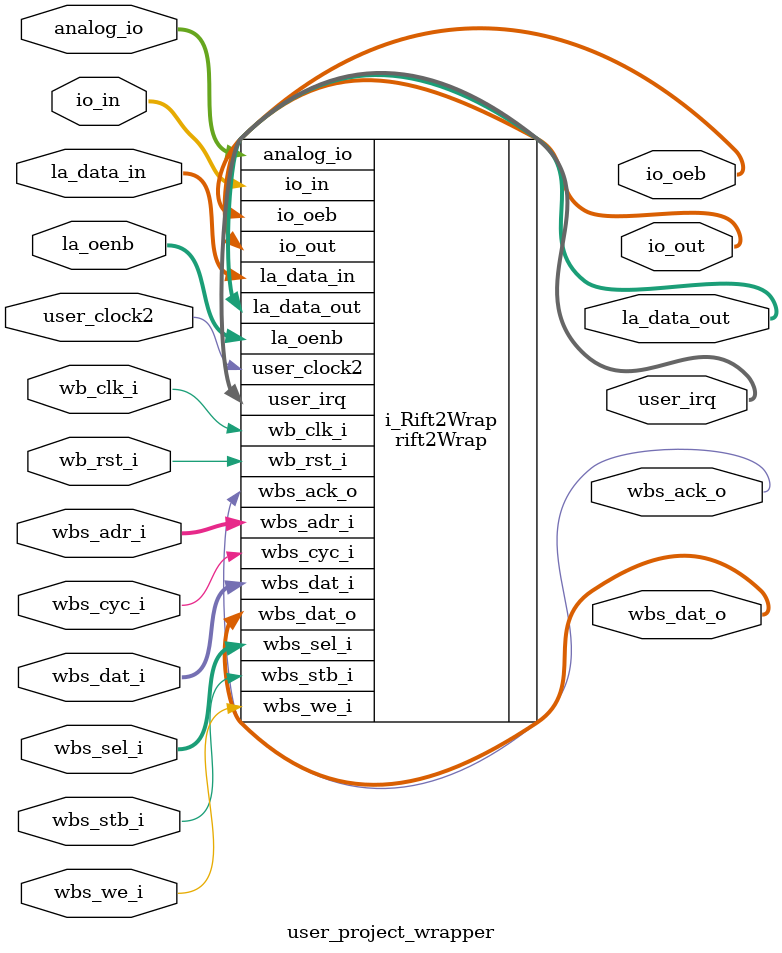
<source format=v>
module user_project_wrapper (user_clock2,
    wb_clk_i,
    wb_rst_i,
    wbs_ack_o,
    wbs_cyc_i,
    wbs_stb_i,
    wbs_we_i,
    analog_io,
    io_in,
    io_oeb,
    io_out,
    la_data_in,
    la_data_out,
    la_oenb,
    user_irq,
    wbs_adr_i,
    wbs_dat_i,
    wbs_dat_o,
    wbs_sel_i);
 input user_clock2;
 input wb_clk_i;
 input wb_rst_i;
 output wbs_ack_o;
 input wbs_cyc_i;
 input wbs_stb_i;
 input wbs_we_i;
 inout [28:0] analog_io;
 input [37:0] io_in;
 output [37:0] io_oeb;
 output [37:0] io_out;
 input [127:0] la_data_in;
 output [127:0] la_data_out;
 input [127:0] la_oenb;
 output [2:0] user_irq;
 input [31:0] wbs_adr_i;
 input [31:0] wbs_dat_i;
 output [31:0] wbs_dat_o;
 input [3:0] wbs_sel_i;


 rift2Wrap i_Rift2Wrap (.user_clock2(user_clock2),
    .wb_clk_i(wb_clk_i),
    .wb_rst_i(wb_rst_i),
    .wbs_ack_o(wbs_ack_o),
    .wbs_cyc_i(wbs_cyc_i),
    .wbs_stb_i(wbs_stb_i),
    .wbs_we_i(wbs_we_i),
    .analog_io({analog_io[28],
    analog_io[27],
    analog_io[26],
    analog_io[25],
    analog_io[24],
    analog_io[23],
    analog_io[22],
    analog_io[21],
    analog_io[20],
    analog_io[19],
    analog_io[18],
    analog_io[17],
    analog_io[16],
    analog_io[15],
    analog_io[14],
    analog_io[13],
    analog_io[12],
    analog_io[11],
    analog_io[10],
    analog_io[9],
    analog_io[8],
    analog_io[7],
    analog_io[6],
    analog_io[5],
    analog_io[4],
    analog_io[3],
    analog_io[2],
    analog_io[1],
    analog_io[0]}),
    .io_in({io_in[37],
    io_in[36],
    io_in[35],
    io_in[34],
    io_in[33],
    io_in[32],
    io_in[31],
    io_in[30],
    io_in[29],
    io_in[28],
    io_in[27],
    io_in[26],
    io_in[25],
    io_in[24],
    io_in[23],
    io_in[22],
    io_in[21],
    io_in[20],
    io_in[19],
    io_in[18],
    io_in[17],
    io_in[16],
    io_in[15],
    io_in[14],
    io_in[13],
    io_in[12],
    io_in[11],
    io_in[10],
    io_in[9],
    io_in[8],
    io_in[7],
    io_in[6],
    io_in[5],
    io_in[4],
    io_in[3],
    io_in[2],
    io_in[1],
    io_in[0]}),
    .io_oeb({io_oeb[37],
    io_oeb[36],
    io_oeb[35],
    io_oeb[34],
    io_oeb[33],
    io_oeb[32],
    io_oeb[31],
    io_oeb[30],
    io_oeb[29],
    io_oeb[28],
    io_oeb[27],
    io_oeb[26],
    io_oeb[25],
    io_oeb[24],
    io_oeb[23],
    io_oeb[22],
    io_oeb[21],
    io_oeb[20],
    io_oeb[19],
    io_oeb[18],
    io_oeb[17],
    io_oeb[16],
    io_oeb[15],
    io_oeb[14],
    io_oeb[13],
    io_oeb[12],
    io_oeb[11],
    io_oeb[10],
    io_oeb[9],
    io_oeb[8],
    io_oeb[7],
    io_oeb[6],
    io_oeb[5],
    io_oeb[4],
    io_oeb[3],
    io_oeb[2],
    io_oeb[1],
    io_oeb[0]}),
    .io_out({io_out[37],
    io_out[36],
    io_out[35],
    io_out[34],
    io_out[33],
    io_out[32],
    io_out[31],
    io_out[30],
    io_out[29],
    io_out[28],
    io_out[27],
    io_out[26],
    io_out[25],
    io_out[24],
    io_out[23],
    io_out[22],
    io_out[21],
    io_out[20],
    io_out[19],
    io_out[18],
    io_out[17],
    io_out[16],
    io_out[15],
    io_out[14],
    io_out[13],
    io_out[12],
    io_out[11],
    io_out[10],
    io_out[9],
    io_out[8],
    io_out[7],
    io_out[6],
    io_out[5],
    io_out[4],
    io_out[3],
    io_out[2],
    io_out[1],
    io_out[0]}),
    .la_data_in({la_data_in[127],
    la_data_in[126],
    la_data_in[125],
    la_data_in[124],
    la_data_in[123],
    la_data_in[122],
    la_data_in[121],
    la_data_in[120],
    la_data_in[119],
    la_data_in[118],
    la_data_in[117],
    la_data_in[116],
    la_data_in[115],
    la_data_in[114],
    la_data_in[113],
    la_data_in[112],
    la_data_in[111],
    la_data_in[110],
    la_data_in[109],
    la_data_in[108],
    la_data_in[107],
    la_data_in[106],
    la_data_in[105],
    la_data_in[104],
    la_data_in[103],
    la_data_in[102],
    la_data_in[101],
    la_data_in[100],
    la_data_in[99],
    la_data_in[98],
    la_data_in[97],
    la_data_in[96],
    la_data_in[95],
    la_data_in[94],
    la_data_in[93],
    la_data_in[92],
    la_data_in[91],
    la_data_in[90],
    la_data_in[89],
    la_data_in[88],
    la_data_in[87],
    la_data_in[86],
    la_data_in[85],
    la_data_in[84],
    la_data_in[83],
    la_data_in[82],
    la_data_in[81],
    la_data_in[80],
    la_data_in[79],
    la_data_in[78],
    la_data_in[77],
    la_data_in[76],
    la_data_in[75],
    la_data_in[74],
    la_data_in[73],
    la_data_in[72],
    la_data_in[71],
    la_data_in[70],
    la_data_in[69],
    la_data_in[68],
    la_data_in[67],
    la_data_in[66],
    la_data_in[65],
    la_data_in[64],
    la_data_in[63],
    la_data_in[62],
    la_data_in[61],
    la_data_in[60],
    la_data_in[59],
    la_data_in[58],
    la_data_in[57],
    la_data_in[56],
    la_data_in[55],
    la_data_in[54],
    la_data_in[53],
    la_data_in[52],
    la_data_in[51],
    la_data_in[50],
    la_data_in[49],
    la_data_in[48],
    la_data_in[47],
    la_data_in[46],
    la_data_in[45],
    la_data_in[44],
    la_data_in[43],
    la_data_in[42],
    la_data_in[41],
    la_data_in[40],
    la_data_in[39],
    la_data_in[38],
    la_data_in[37],
    la_data_in[36],
    la_data_in[35],
    la_data_in[34],
    la_data_in[33],
    la_data_in[32],
    la_data_in[31],
    la_data_in[30],
    la_data_in[29],
    la_data_in[28],
    la_data_in[27],
    la_data_in[26],
    la_data_in[25],
    la_data_in[24],
    la_data_in[23],
    la_data_in[22],
    la_data_in[21],
    la_data_in[20],
    la_data_in[19],
    la_data_in[18],
    la_data_in[17],
    la_data_in[16],
    la_data_in[15],
    la_data_in[14],
    la_data_in[13],
    la_data_in[12],
    la_data_in[11],
    la_data_in[10],
    la_data_in[9],
    la_data_in[8],
    la_data_in[7],
    la_data_in[6],
    la_data_in[5],
    la_data_in[4],
    la_data_in[3],
    la_data_in[2],
    la_data_in[1],
    la_data_in[0]}),
    .la_data_out({la_data_out[127],
    la_data_out[126],
    la_data_out[125],
    la_data_out[124],
    la_data_out[123],
    la_data_out[122],
    la_data_out[121],
    la_data_out[120],
    la_data_out[119],
    la_data_out[118],
    la_data_out[117],
    la_data_out[116],
    la_data_out[115],
    la_data_out[114],
    la_data_out[113],
    la_data_out[112],
    la_data_out[111],
    la_data_out[110],
    la_data_out[109],
    la_data_out[108],
    la_data_out[107],
    la_data_out[106],
    la_data_out[105],
    la_data_out[104],
    la_data_out[103],
    la_data_out[102],
    la_data_out[101],
    la_data_out[100],
    la_data_out[99],
    la_data_out[98],
    la_data_out[97],
    la_data_out[96],
    la_data_out[95],
    la_data_out[94],
    la_data_out[93],
    la_data_out[92],
    la_data_out[91],
    la_data_out[90],
    la_data_out[89],
    la_data_out[88],
    la_data_out[87],
    la_data_out[86],
    la_data_out[85],
    la_data_out[84],
    la_data_out[83],
    la_data_out[82],
    la_data_out[81],
    la_data_out[80],
    la_data_out[79],
    la_data_out[78],
    la_data_out[77],
    la_data_out[76],
    la_data_out[75],
    la_data_out[74],
    la_data_out[73],
    la_data_out[72],
    la_data_out[71],
    la_data_out[70],
    la_data_out[69],
    la_data_out[68],
    la_data_out[67],
    la_data_out[66],
    la_data_out[65],
    la_data_out[64],
    la_data_out[63],
    la_data_out[62],
    la_data_out[61],
    la_data_out[60],
    la_data_out[59],
    la_data_out[58],
    la_data_out[57],
    la_data_out[56],
    la_data_out[55],
    la_data_out[54],
    la_data_out[53],
    la_data_out[52],
    la_data_out[51],
    la_data_out[50],
    la_data_out[49],
    la_data_out[48],
    la_data_out[47],
    la_data_out[46],
    la_data_out[45],
    la_data_out[44],
    la_data_out[43],
    la_data_out[42],
    la_data_out[41],
    la_data_out[40],
    la_data_out[39],
    la_data_out[38],
    la_data_out[37],
    la_data_out[36],
    la_data_out[35],
    la_data_out[34],
    la_data_out[33],
    la_data_out[32],
    la_data_out[31],
    la_data_out[30],
    la_data_out[29],
    la_data_out[28],
    la_data_out[27],
    la_data_out[26],
    la_data_out[25],
    la_data_out[24],
    la_data_out[23],
    la_data_out[22],
    la_data_out[21],
    la_data_out[20],
    la_data_out[19],
    la_data_out[18],
    la_data_out[17],
    la_data_out[16],
    la_data_out[15],
    la_data_out[14],
    la_data_out[13],
    la_data_out[12],
    la_data_out[11],
    la_data_out[10],
    la_data_out[9],
    la_data_out[8],
    la_data_out[7],
    la_data_out[6],
    la_data_out[5],
    la_data_out[4],
    la_data_out[3],
    la_data_out[2],
    la_data_out[1],
    la_data_out[0]}),
    .la_oenb({la_oenb[127],
    la_oenb[126],
    la_oenb[125],
    la_oenb[124],
    la_oenb[123],
    la_oenb[122],
    la_oenb[121],
    la_oenb[120],
    la_oenb[119],
    la_oenb[118],
    la_oenb[117],
    la_oenb[116],
    la_oenb[115],
    la_oenb[114],
    la_oenb[113],
    la_oenb[112],
    la_oenb[111],
    la_oenb[110],
    la_oenb[109],
    la_oenb[108],
    la_oenb[107],
    la_oenb[106],
    la_oenb[105],
    la_oenb[104],
    la_oenb[103],
    la_oenb[102],
    la_oenb[101],
    la_oenb[100],
    la_oenb[99],
    la_oenb[98],
    la_oenb[97],
    la_oenb[96],
    la_oenb[95],
    la_oenb[94],
    la_oenb[93],
    la_oenb[92],
    la_oenb[91],
    la_oenb[90],
    la_oenb[89],
    la_oenb[88],
    la_oenb[87],
    la_oenb[86],
    la_oenb[85],
    la_oenb[84],
    la_oenb[83],
    la_oenb[82],
    la_oenb[81],
    la_oenb[80],
    la_oenb[79],
    la_oenb[78],
    la_oenb[77],
    la_oenb[76],
    la_oenb[75],
    la_oenb[74],
    la_oenb[73],
    la_oenb[72],
    la_oenb[71],
    la_oenb[70],
    la_oenb[69],
    la_oenb[68],
    la_oenb[67],
    la_oenb[66],
    la_oenb[65],
    la_oenb[64],
    la_oenb[63],
    la_oenb[62],
    la_oenb[61],
    la_oenb[60],
    la_oenb[59],
    la_oenb[58],
    la_oenb[57],
    la_oenb[56],
    la_oenb[55],
    la_oenb[54],
    la_oenb[53],
    la_oenb[52],
    la_oenb[51],
    la_oenb[50],
    la_oenb[49],
    la_oenb[48],
    la_oenb[47],
    la_oenb[46],
    la_oenb[45],
    la_oenb[44],
    la_oenb[43],
    la_oenb[42],
    la_oenb[41],
    la_oenb[40],
    la_oenb[39],
    la_oenb[38],
    la_oenb[37],
    la_oenb[36],
    la_oenb[35],
    la_oenb[34],
    la_oenb[33],
    la_oenb[32],
    la_oenb[31],
    la_oenb[30],
    la_oenb[29],
    la_oenb[28],
    la_oenb[27],
    la_oenb[26],
    la_oenb[25],
    la_oenb[24],
    la_oenb[23],
    la_oenb[22],
    la_oenb[21],
    la_oenb[20],
    la_oenb[19],
    la_oenb[18],
    la_oenb[17],
    la_oenb[16],
    la_oenb[15],
    la_oenb[14],
    la_oenb[13],
    la_oenb[12],
    la_oenb[11],
    la_oenb[10],
    la_oenb[9],
    la_oenb[8],
    la_oenb[7],
    la_oenb[6],
    la_oenb[5],
    la_oenb[4],
    la_oenb[3],
    la_oenb[2],
    la_oenb[1],
    la_oenb[0]}),
    .user_irq({user_irq[2],
    user_irq[1],
    user_irq[0]}),
    .wbs_adr_i({wbs_adr_i[31],
    wbs_adr_i[30],
    wbs_adr_i[29],
    wbs_adr_i[28],
    wbs_adr_i[27],
    wbs_adr_i[26],
    wbs_adr_i[25],
    wbs_adr_i[24],
    wbs_adr_i[23],
    wbs_adr_i[22],
    wbs_adr_i[21],
    wbs_adr_i[20],
    wbs_adr_i[19],
    wbs_adr_i[18],
    wbs_adr_i[17],
    wbs_adr_i[16],
    wbs_adr_i[15],
    wbs_adr_i[14],
    wbs_adr_i[13],
    wbs_adr_i[12],
    wbs_adr_i[11],
    wbs_adr_i[10],
    wbs_adr_i[9],
    wbs_adr_i[8],
    wbs_adr_i[7],
    wbs_adr_i[6],
    wbs_adr_i[5],
    wbs_adr_i[4],
    wbs_adr_i[3],
    wbs_adr_i[2],
    wbs_adr_i[1],
    wbs_adr_i[0]}),
    .wbs_dat_i({wbs_dat_i[31],
    wbs_dat_i[30],
    wbs_dat_i[29],
    wbs_dat_i[28],
    wbs_dat_i[27],
    wbs_dat_i[26],
    wbs_dat_i[25],
    wbs_dat_i[24],
    wbs_dat_i[23],
    wbs_dat_i[22],
    wbs_dat_i[21],
    wbs_dat_i[20],
    wbs_dat_i[19],
    wbs_dat_i[18],
    wbs_dat_i[17],
    wbs_dat_i[16],
    wbs_dat_i[15],
    wbs_dat_i[14],
    wbs_dat_i[13],
    wbs_dat_i[12],
    wbs_dat_i[11],
    wbs_dat_i[10],
    wbs_dat_i[9],
    wbs_dat_i[8],
    wbs_dat_i[7],
    wbs_dat_i[6],
    wbs_dat_i[5],
    wbs_dat_i[4],
    wbs_dat_i[3],
    wbs_dat_i[2],
    wbs_dat_i[1],
    wbs_dat_i[0]}),
    .wbs_dat_o({wbs_dat_o[31],
    wbs_dat_o[30],
    wbs_dat_o[29],
    wbs_dat_o[28],
    wbs_dat_o[27],
    wbs_dat_o[26],
    wbs_dat_o[25],
    wbs_dat_o[24],
    wbs_dat_o[23],
    wbs_dat_o[22],
    wbs_dat_o[21],
    wbs_dat_o[20],
    wbs_dat_o[19],
    wbs_dat_o[18],
    wbs_dat_o[17],
    wbs_dat_o[16],
    wbs_dat_o[15],
    wbs_dat_o[14],
    wbs_dat_o[13],
    wbs_dat_o[12],
    wbs_dat_o[11],
    wbs_dat_o[10],
    wbs_dat_o[9],
    wbs_dat_o[8],
    wbs_dat_o[7],
    wbs_dat_o[6],
    wbs_dat_o[5],
    wbs_dat_o[4],
    wbs_dat_o[3],
    wbs_dat_o[2],
    wbs_dat_o[1],
    wbs_dat_o[0]}),
    .wbs_sel_i({wbs_sel_i[3],
    wbs_sel_i[2],
    wbs_sel_i[1],
    wbs_sel_i[0]}));
endmodule


</source>
